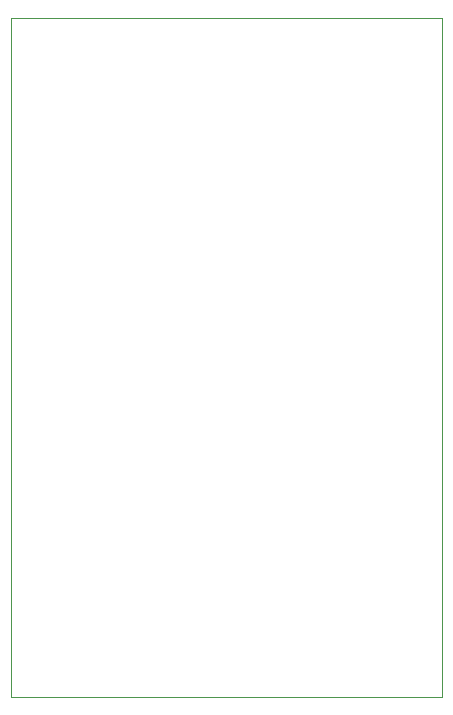
<source format=gbr>
%TF.GenerationSoftware,KiCad,Pcbnew,7.0.9*%
%TF.CreationDate,2024-09-05T13:52:44+09:00*%
%TF.ProjectId,STA5635,53544135-3633-4352-9e6b-696361645f70,rev?*%
%TF.SameCoordinates,Original*%
%TF.FileFunction,Profile,NP*%
%FSLAX46Y46*%
G04 Gerber Fmt 4.6, Leading zero omitted, Abs format (unit mm)*
G04 Created by KiCad (PCBNEW 7.0.9) date 2024-09-05 13:52:44*
%MOMM*%
%LPD*%
G01*
G04 APERTURE LIST*
%TA.AperFunction,Profile*%
%ADD10C,0.100000*%
%TD*%
G04 APERTURE END LIST*
D10*
X162153600Y-115316000D02*
X125730000Y-115316000D01*
X162153600Y-57785000D02*
X162153600Y-115316000D01*
X125730000Y-57785000D02*
X162153600Y-57785000D01*
X125730000Y-115316000D02*
X125730000Y-57785000D01*
M02*

</source>
